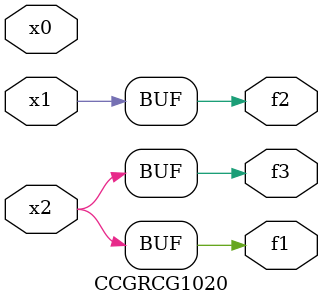
<source format=v>
module CCGRCG1020(
	input x0, x1, x2,
	output f1, f2, f3
);
	assign f1 = x2;
	assign f2 = x1;
	assign f3 = x2;
endmodule

</source>
